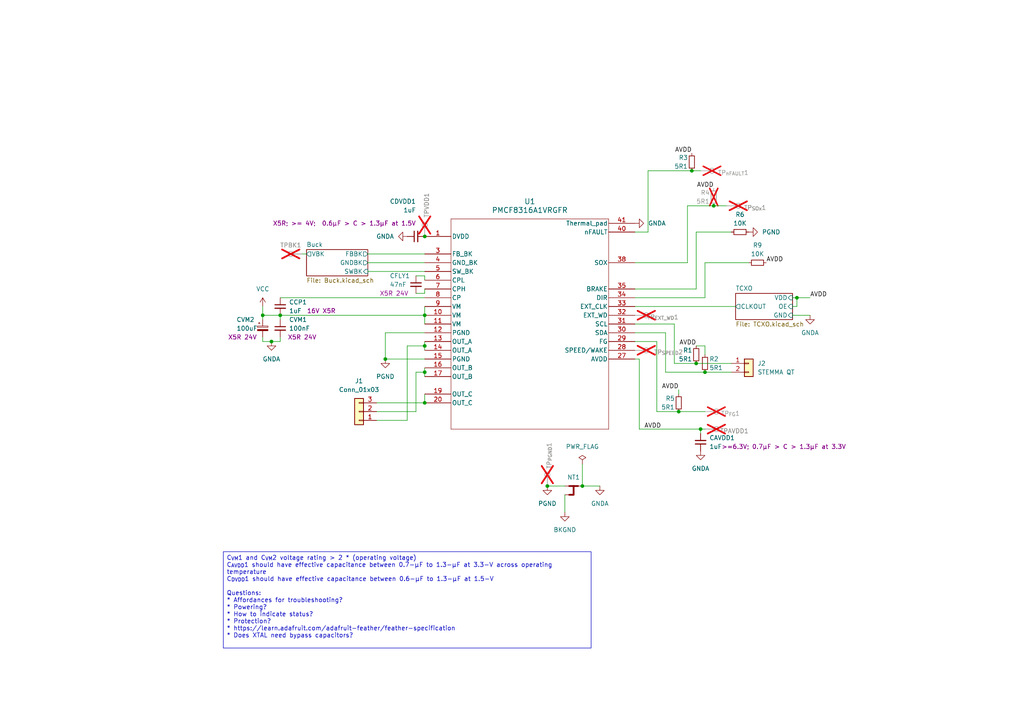
<source format=kicad_sch>
(kicad_sch (version 20230121) (generator eeschema)
  (paper "A4")
  (lib_symbols
    (symbol "Connector:TestPoint" (pin_numbers hide) (pin_names (offset 0.762) hide)
      (property "Reference" "TP" (at 0 6.858 0))
      (property "Value" "TestPoint" (at 0 5.08 0))
      (symbol "TestPoint_0_1"
        (circle (center 0 3.302) (radius 0.762))
      )
      (symbol "TestPoint_1_1"
        (pin passive line (at 0 0 90) (length 2.54) (name "1") (number "1"))
      )
    )
    (symbol "Connector_Generic:Conn_01x02" (pin_names (offset 1.016) hide)
      (property "Reference" "J" (at 0 2.54 0))
      (property "Value" "Conn_01x02" (at 0 -5.08 0))
      (symbol "Conn_01x02_1_1"
        (rectangle (start -1.27 -2.413) (end 0 -2.667) (stroke (width 0.1524)))
        (rectangle (start -1.27 0.127) (end 0 -0.127) (stroke (width 0.1524)))
        (rectangle (start -1.27 1.27) (end 1.27 -3.81) (stroke (width 0.254)) (fill (type background)))
        (pin passive line (at -5.08 0 0) (length 3.81) (name "Pin_1") (number "1"))
        (pin passive line (at -5.08 -2.54 0) (length 3.81) (name "Pin_2") (number "2"))
      )
    )
    (symbol "Connector_Generic:Conn_01x03" (pin_names (offset 1.016) hide)
      (property "Reference" "J" (at 0 5.08 0))
      (property "Value" "Conn_01x03" (at 0 -5.08 0))
      (symbol "Conn_01x03_1_1"
        (rectangle (start -1.27 -2.413) (end 0 -2.667) (stroke (width 0.1524)))
        (rectangle (start -1.27 0.127) (end 0 -0.127) (stroke (width 0.1524)))
        (rectangle (start -1.27 2.667) (end 0 2.413) (stroke (width 0.1524)))
        (rectangle (start -1.27 3.81) (end 1.27 -3.81) (stroke (width 0.254)) (fill (type background)))
        (pin passive line (at -5.08 2.54 0) (length 3.81) (name "Pin_1") (number "1"))
        (pin passive line (at -5.08 0 0) (length 3.81) (name "Pin_2") (number "2"))
        (pin passive line (at -5.08 -2.54 0) (length 3.81) (name "Pin_3") (number "3"))
      )
    )
    (symbol "Device:C_Polarized_Small" (pin_numbers hide) (pin_names (offset 0.254) hide)
      (property "Reference" "C" (at 0.254 1.778 0))
      (property "Value" "C_Polarized_Small" (at 0.254 -2.032 0))
      (symbol "C_Polarized_Small_0_1"
        (rectangle (start -1.524 -0.3048) (end 1.524 -0.6858) (fill (type outline)))
        (rectangle (start -1.524 0.6858) (end 1.524 0.3048))
        (polyline (pts (xy -1.27 1.524) (xy -0.762 1.524)))
        (polyline (pts (xy -1.016 1.27) (xy -1.016 1.778)))
      )
      (symbol "C_Polarized_Small_1_1"
        (pin passive line (at 0 2.54 270) (length 1.8542) (name "~") (number "1"))
        (pin passive line (at 0 -2.54 90) (length 1.8542) (name "~") (number "2"))
      )
    )
    (symbol "Device:C_Small" (pin_numbers hide) (pin_names (offset 0.254) hide)
      (property "Reference" "C" (at 0.254 1.778 0))
      (property "Value" "C_Small" (at 0.254 -2.032 0))
      (symbol "C_Small_0_1"
        (polyline (pts (xy -1.524 -0.508) (xy 1.524 -0.508)) (stroke (width 0.3302)))
        (polyline (pts (xy -1.524 0.508) (xy 1.524 0.508)) (stroke (width 0.3048)))
      )
      (symbol "C_Small_1_1"
        (pin passive line (at 0 2.54 270) (length 2.032) (name "~") (number "1"))
        (pin passive line (at 0 -2.54 90) (length 2.032) (name "~") (number "2"))
      )
    )
    (symbol "Device:NetTie_3" (pin_numbers hide) (pin_names (offset 0) hide) (in_bom no)
      (property "Reference" "NT" (at 0 1.27 0))
      (property "Value" "NetTie_3" (at 0 -3.81 0))
      (symbol "NetTie_3_0_1"
        (polyline (pts (xy -1.27 0) (xy 1.27 0)) (stroke (width 0.508)))
        (polyline (pts (xy 0 0) (xy 0 -2.54) (xy -1.27 -2.54)) (stroke (width 0.508)))
      )
      (symbol "NetTie_3_1_1"
        (pin passive line (at -2.54 0 0) (length 2.54) (name "1") (number "1"))
        (pin passive line (at 2.54 0 180) (length 2.54) (name "2") (number "2"))
        (pin passive line (at -2.54 -2.54 0) (length 2.54) (name "3") (number "3"))
      )
    )
    (symbol "Device:R_Small" (pin_numbers hide) (pin_names (offset 0.254) hide)
      (property "Reference" "R" (at 0.762 0.508 0))
      (property "Value" "R_Small" (at 0.762 -1.016 0))
      (symbol "R_Small_0_1"
        (rectangle (start -0.762 1.778) (end 0.762 -1.778) (stroke (width 0.2032)))
      )
      (symbol "R_Small_1_1"
        (pin passive line (at 0 2.54 270) (length 0.762) (name "~") (number "1"))
        (pin passive line (at 0 -2.54 90) (length 0.762) (name "~") (number "2"))
      )
    )
    (symbol "GNDA_4" (power) (pin_names (offset 0))
      (property "Value" "GNDA_4" (at 0 -5.08 0))
      (symbol "GNDA_4_0_1"
        (polyline (pts (xy 0 0) (xy 0 -1.27) (xy 1.27 -1.27) (xy 0 -2.54) (xy -1.27 -1.27) (xy 0 -1.27)))
      )
      (symbol "GNDA_4_1_1"
        (pin power_in line (at 0 0 270) (length 0) hide (name "GNDA") (number "1"))
      )
    )
    (symbol "GND_1" (power) (pin_names (offset 0))
      (property "Value" "PGND" (at 0 -3.81 90))
      (symbol "GND_1_0_1"
        (polyline (pts (xy 0 0) (xy 0 -1.27) (xy 1.27 -1.27) (xy 0 -2.54) (xy -1.27 -1.27) (xy 0 -1.27)))
      )
      (symbol "GND_1_1_1"
        (pin power_out line (at 0 0 270) (length 0) hide (name "GND") (number "1"))
      )
    )
    (symbol "GND_2" (power) (pin_names (offset 0))
      (property "Value" "GND_2" (at 0 -5.08 0))
      (symbol "GND_2_0_1"
        (polyline (pts (xy 0 0) (xy 0 -1.27) (xy 1.27 -1.27) (xy 0 -2.54) (xy -1.27 -1.27) (xy 0 -1.27)))
      )
      (symbol "GND_2_1_1"
        (pin power_out line (at 0 0 270) (length 0) hide (name "GND") (number "1"))
      )
    )
    (symbol "GND_3" (power) (pin_names (offset 0))
      (property "Value" "GND_3" (at 0 -5.08 0))
      (symbol "GND_3_0_1"
        (polyline (pts (xy 0 0) (xy 0 -1.27) (xy 1.27 -1.27) (xy 0 -2.54) (xy -1.27 -1.27) (xy 0 -1.27)))
      )
      (symbol "GND_3_1_1"
        (pin power_out line (at 0 0 270) (length 0) hide (name "GND") (number "1"))
      )
    )
    (symbol "MCF8316A:PMCF8316A1VRGFR" (pin_names (offset 0.254))
      (property "Reference" "U1" (at 30.48 10.16 0))
      (property "Value" "PMCF8316A1VRGFR" (at 30.48 7.62 0))
      (symbol "PMCF8316A1VRGFR_0_1"
        (polyline (pts (xy 7.62 -55.88) (xy 53.34 -55.88)) (stroke (width 0.127)))
        (polyline (pts (xy 7.62 5.08) (xy 7.62 -55.88)) (stroke (width 0.127)))
        (polyline (pts (xy 53.34 -55.88) (xy 53.34 5.08)) (stroke (width 0.127)))
        (polyline (pts (xy 53.34 5.08) (xy 7.62 5.08)) (stroke (width 0.127)))
        (pin output line (at 0 -33.02 0) (length 7.62) (name "OUT_A") (number "14"))
        (pin output line (at 0 -38.1 0) (length 7.62) (name "OUT_B") (number "16"))
        (pin output line (at 0 -40.64 0) (length 7.62) (name "OUT_B") (number "17"))
        (pin output line (at 0 -45.72 0) (length 7.62) (name "OUT_C") (number "19"))
        (pin output line (at 0 -48.26 0) (length 7.62) (name "OUT_C") (number "20"))
      )
      (symbol "PMCF8316A1VRGFR_1_1"
        (pin power_out line (at 0 0 0) (length 7.62) (name "DVDD") (number "1"))
        (pin power_in line (at 0 -22.86 0) (length 7.62) (name "VM") (number "10"))
        (pin power_in line (at 0 -25.4 0) (length 7.62) (name "VM") (number "11"))
        (pin power_in line (at 0 -27.94 0) (length 7.62) (name "PGND") (number "12"))
        (pin output line (at 0 -30.48 0) (length 7.62) (name "OUT_A") (number "13"))
        (pin power_in line (at 0 -35.56 0) (length 7.62) (name "PGND") (number "15"))
        (pin no_connect line (at 60.96 -48.26 180) (length 7.62) hide (name "NC") (number "22"))
        (pin no_connect line (at 60.96 -45.72 180) (length 7.62) hide (name "NC") (number "23"))
        (pin no_connect line (at 60.96 -43.18 180) (length 7.62) hide (name "NC") (number "24"))
        (pin no_connect line (at 60.96 -40.64 180) (length 7.62) hide (name "NC") (number "25"))
        (pin power_out line (at 60.96 -35.56 180) (length 7.62) (name "AVDD") (number "27"))
        (pin input line (at 60.96 -33.02 180) (length 7.62) (name "SPEED/WAKE") (number "28"))
        (pin output line (at 60.96 -30.48 180) (length 7.62) (name "FG") (number "29"))
        (pin input line (at 0 -5.08 0) (length 7.62) (name "FB_BK") (number "3"))
        (pin bidirectional line (at 60.96 -27.94 180) (length 7.62) (name "SDA") (number "30"))
        (pin input line (at 60.96 -25.4 180) (length 7.62) (name "SCL") (number "31"))
        (pin input line (at 60.96 -22.86 180) (length 7.62) (name "EXT_WD") (number "32"))
        (pin input line (at 60.96 -20.32 180) (length 7.62) (name "EXT_CLK") (number "33"))
        (pin input line (at 60.96 -17.78 180) (length 7.62) (name "DIR") (number "34"))
        (pin input line (at 60.96 -15.24 180) (length 7.62) (name "BRAKE") (number "35"))
        (pin no_connect line (at 60.96 -12.7 180) (length 7.62) hide (name "NC") (number "36"))
        (pin no_connect line (at 60.96 -10.16 180) (length 7.62) hide (name "NC") (number "37"))
        (pin output line (at 60.96 -7.62 180) (length 7.62) (name "SOX") (number "38"))
        (pin no_connect line (at 60.96 -5.08 180) (length 7.62) hide (name "NC") (number "39"))
        (pin input line (at 0 -7.62 0) (length 7.62) (name "GND_BK") (number "4"))
        (pin output line (at 60.96 1.27 180) (length 7.62) (name "nFAULT") (number "40"))
        (pin power_in line (at 60.96 3.81 180) (length 7.62) (name "Thermal_pad") (number "41"))
        (pin power_out line (at 0 -10.16 0) (length 7.62) (name "SW_BK") (number "5"))
        (pin output line (at 0 -12.7 0) (length 7.62) (name "CPL") (number "6"))
        (pin output line (at 0 -15.24 0) (length 7.62) (name "CPH") (number "7"))
        (pin output line (at 0 -17.78 0) (length 7.62) (name "CP") (number "8"))
        (pin power_in line (at 0 -20.32 0) (length 7.62) (name "VM") (number "9"))
      )
    )
    (symbol "power:GND" (power) (pin_names (offset 0))
      (property "Value" "BKGND" (at 0 -5.08 0))
      (symbol "GND_0_1"
        (polyline (pts (xy 0 0) (xy 0 -1.27) (xy 1.27 -1.27) (xy 0 -2.54) (xy -1.27 -1.27) (xy 0 -1.27)))
      )
      (symbol "GND_1_1"
        (pin power_out line (at 0 0 270) (length 0) hide (name "GND") (number "1"))
      )
    )
    (symbol "power:PWR_FLAG" (power) (pin_numbers hide) (pin_names (offset 0) hide)
      (property "Value" "PWR_FLAG" (at 0 3.81 0))
      (symbol "PWR_FLAG_0_0"
        (pin power_out line (at 0 0 90) (length 0) (name "pwr") (number "1"))
      )
      (symbol "PWR_FLAG_0_1"
        (polyline (pts (xy 0 0) (xy 0 1.27) (xy -1.016 1.905) (xy 0 2.54) (xy 1.016 1.905) (xy 0 1.27)))
      )
    )
    (symbol "power:VCC" (power) (pin_names (offset 0))
      (property "Value" "VCC" (at 0 3.81 0))
      (symbol "VCC_0_1"
        (polyline (pts (xy -0.762 1.27) (xy 0 2.54)))
        (polyline (pts (xy 0 0) (xy 0 2.54)))
        (polyline (pts (xy 0 2.54) (xy 0.762 1.27)))
      )
      (symbol "VCC_1_1"
        (pin power_in line (at 0 0 90) (length 0) hide (name "VCC") (number "1"))
      )
    )
  )
  (junction (at 200.66 49.53))
  (junction (at 123.19 107.95))
  (junction (at 168.91 140.97))
  (junction (at 123.19 68.58))
  (junction (at 207.01 59.69))
  (junction (at 158.75 140.97))
  (junction (at 81.28 91.44))
  (junction (at 201.93 105.41))
  (junction (at 123.19 91.44))
  (junction (at 111.76 104.14))
  (junction (at 76.2 91.44))
  (junction (at 196.85 119.38))
  (junction (at 123.19 100.33))
  (junction (at 123.19 116.84))
  (junction (at 203.2 124.46))
  (junction (at 204.47 107.95))
  (junction (at 231.14 86.36))
  (junction (at 78.74 99.06))
  (wire (pts (xy 231.14 86.36) (xy 234.95 86.36)))
  (wire (pts (xy 106.68 73.66) (xy 123.19 73.66)))
  (wire (pts (xy 163.83 148.59) (xy 163.83 143.51)))
  (wire (pts (xy 158.75 140.97) (xy 163.83 140.97)))
  (wire (pts (xy 229.87 88.9) (xy 231.14 88.9)))
  (wire (pts (xy 168.91 140.97) (xy 173.99 140.97)))
  (wire (pts (xy 123.19 80.01) (xy 120.65 80.01)))
  (wire (pts (xy 184.15 96.52) (xy 193.04 96.52)))
  (wire (pts (xy 81.28 91.44) (xy 123.19 91.44)))
  (wire (pts (xy 229.87 91.44) (xy 234.95 91.44)))
  (wire (pts (xy 199.39 59.69) (xy 207.01 59.69)))
  (wire (pts (xy 196.85 114.3) (xy 196.85 113.03)))
  (wire (pts (xy 203.2 49.53) (xy 200.66 49.53)))
  (wire (pts (xy 201.93 83.82) (xy 184.15 83.82)))
  (wire (pts (xy 81.28 97.79) (xy 81.28 99.06)))
  (wire (pts (xy 204.47 86.36) (xy 184.15 86.36)))
  (wire (pts (xy 123.19 100.33) (xy 123.19 101.6)))
  (wire (pts (xy 120.65 85.09) (xy 123.19 85.09)))
  (wire (pts (xy 123.19 80.01) (xy 123.19 81.28)))
  (wire (pts (xy 185.42 104.14) (xy 185.42 124.46)))
  (wire (pts (xy 118.11 100.33) (xy 118.11 121.92)))
  (wire (pts (xy 217.17 76.2) (xy 204.47 76.2)))
  (wire (pts (xy 190.5 99.06) (xy 184.15 99.06)))
  (wire (pts (xy 201.93 105.41) (xy 212.09 105.41)))
  (wire (pts (xy 123.19 114.3) (xy 123.19 116.84)))
  (wire (pts (xy 185.42 104.14) (xy 184.15 104.14)))
  (wire (pts (xy 199.39 76.2) (xy 184.15 76.2)))
  (wire (pts (xy 106.68 76.2) (xy 123.19 76.2)))
  (wire (pts (xy 229.87 86.36) (xy 231.14 86.36)))
  (wire (pts (xy 106.68 78.74) (xy 123.19 78.74)))
  (wire (pts (xy 123.19 116.84) (xy 109.22 116.84)))
  (wire (pts (xy 81.28 86.36) (xy 123.19 86.36)))
  (wire (pts (xy 196.85 119.38) (xy 190.5 119.38)))
  (wire (pts (xy 76.2 97.79) (xy 76.2 99.06)))
  (wire (pts (xy 123.19 106.68) (xy 123.19 107.95)))
  (wire (pts (xy 168.91 134.62) (xy 168.91 140.97)))
  (wire (pts (xy 81.28 91.44) (xy 81.28 92.71)))
  (wire (pts (xy 201.93 67.31) (xy 201.93 83.82)))
  (wire (pts (xy 123.19 107.95) (xy 123.19 109.22)))
  (wire (pts (xy 76.2 91.44) (xy 81.28 91.44)))
  (wire (pts (xy 109.22 119.38) (xy 120.65 119.38)))
  (wire (pts (xy 195.58 105.41) (xy 201.93 105.41)))
  (wire (pts (xy 118.11 121.92) (xy 109.22 121.92)))
  (wire (pts (xy 111.76 96.52) (xy 111.76 104.14)))
  (wire (pts (xy 187.96 49.53) (xy 187.96 67.31)))
  (wire (pts (xy 201.93 67.31) (xy 212.09 67.31)))
  (wire (pts (xy 87.63 73.66) (xy 88.9 73.66)))
  (wire (pts (xy 76.2 99.06) (xy 78.74 99.06)))
  (wire (pts (xy 123.19 91.44) (xy 123.19 88.9)))
  (wire (pts (xy 195.58 93.98) (xy 195.58 105.41)))
  (wire (pts (xy 203.2 125.73) (xy 203.2 124.46)))
  (wire (pts (xy 123.19 100.33) (xy 118.11 100.33)))
  (wire (pts (xy 196.85 119.38) (xy 204.47 119.38)))
  (wire (pts (xy 78.74 99.06) (xy 81.28 99.06)))
  (wire (pts (xy 187.96 67.31) (xy 184.15 67.31)))
  (wire (pts (xy 76.2 91.44) (xy 76.2 92.71)))
  (wire (pts (xy 123.19 99.06) (xy 123.19 100.33)))
  (wire (pts (xy 123.19 85.09) (xy 123.19 83.82)))
  (wire (pts (xy 193.04 96.52) (xy 193.04 107.95)))
  (wire (pts (xy 120.65 107.95) (xy 120.65 119.38)))
  (wire (pts (xy 201.93 100.33) (xy 204.47 100.33)))
  (wire (pts (xy 111.76 96.52) (xy 123.19 96.52)))
  (wire (pts (xy 76.2 91.44) (xy 76.2 88.9)))
  (wire (pts (xy 184.15 93.98) (xy 195.58 93.98)))
  (wire (pts (xy 123.19 104.14) (xy 111.76 104.14)))
  (wire (pts (xy 204.47 76.2) (xy 204.47 86.36)))
  (wire (pts (xy 204.47 107.95) (xy 212.09 107.95)))
  (wire (pts (xy 185.42 124.46) (xy 203.2 124.46)))
  (wire (pts (xy 190.5 99.06) (xy 190.5 119.38)))
  (wire (pts (xy 184.15 88.9) (xy 213.36 88.9)))
  (wire (pts (xy 203.2 124.46) (xy 204.47 124.46)))
  (wire (pts (xy 210.82 59.69) (xy 207.01 59.69)))
  (wire (pts (xy 123.19 107.95) (xy 120.65 107.95)))
  (wire (pts (xy 123.19 91.44) (xy 123.19 93.98)))
  (wire (pts (xy 199.39 59.69) (xy 199.39 76.2)))
  (wire (pts (xy 193.04 107.95) (xy 204.47 107.95)))
  (wire (pts (xy 231.14 88.9) (xy 231.14 86.36)))
  (wire (pts (xy 187.96 49.53) (xy 200.66 49.53)))
  (wire (pts (xy 204.47 102.87) (xy 204.47 100.33)))
  (text_box "C_{VM}1 and C_{VM}2 voltage rating > 2 * (operating voltage)\nC_{AVDD}1 should have effective capacitance between 0.7-µF to 1.3-µF at 3.3-V across operating temperature\nC_{DVDD}1 should have effective capacitance between 0.6-µF to 1.3-µF at 1.5-V\n\nQuestions:\n* Affordances for troubleshooting?\n* Powering?\n* How to indicate status?\n* Protection?\n* https://learn.adafruit.com/adafruit-feather/feather-specification\n* Does XTAL need bypass capacitors?" (at 64.77 160.02 0) (size 106.68 27.94) (effects (font (size 1.27 1.27)) (justify left top)))
  (label "AVDD" (at 207.01 54.61 180))
  (label "AVDD" (at 234.95 86.36 0))
  (label "AVDD" (at 200.66 44.45 180))
  (label "AVDD" (at 196.85 113.03 180))
  (label "AVDD" (at 191.77 124.46 180))
  (label "AVDD" (at 201.93 100.33 180))
  (label "AVDD" (at 222.25 76.2 0))
  (symbol (lib_id "Device:C_Small") (at 203.2 128.27 180) (unit 1)
    (property "Reference" "CAVDD1" (at 205.74 126.9936 0) (effects (justify right)))
    (property "Value" "1uF" (at 205.74 129.5336 0) (effects (justify right)))
    (property "Footprint" "Capacitor_SMD:C_0805_2012Metric" (effects hide))
    (property "Specs" ">=6.3V; 0.7µF > C > 1.3µF at 3.3V" (at 227.33 129.54 0))
  )
  (symbol (lib_name "GND_2") (lib_id "power:GND") (at 111.76 104.14 0) (unit 1)
    (property "Reference" "#PWR05" (effects hide))
    (property "Value" "PGND" (at 111.76 109.22 0))
  )
  (symbol (lib_id "power:GND") (at 163.83 148.59 0) (unit 1)
    (property "Reference" "#PWR012" (effects hide))
    (property "Value" "BKGND" (at 163.83 153.67 0))
  )
  (symbol (lib_id "Connector_Generic:Conn_01x03") (at 104.14 119.38 180) (unit 1)
    (property "Reference" "J1" (at 104.14 110.49 0))
    (property "Value" "Conn_01x03" (at 104.14 113.03 0))
    (property "Footprint" "TerminalBlock_Phoenix:TerminalBlock_Phoenix_MKDS-1,5-3-5.08_1x03_P5.08mm_Horizontal" (effects hide))
  )
  (symbol (lib_id "Connector:TestPoint") (at 204.47 124.46 270) (unit 1) (dnp yes)
    (property "Reference" "TPAVDD1" (at 217.17 125.73 90) (effects (justify right bottom)))
    (property "Value" "5000" (effects hide))
    (property "Footprint" "TestPoint:TestPoint_Loop_D1.80mm_Drill1.0mm_Beaded" (effects hide))
    (property "Digi-Key_PN" "36-5000-ND" (effects hide))
    (property "MPN" "5000" (effects hide))
    (property "Category" "Test and Measurement" (effects hide))
    (property "Family" "Test Points" (effects hide))
    (property "DK_Datasheet_Link" "http://www.keyelco.com/product-pdf.cfm?p=1309" (effects hide))
    (property "DK_Detail_Page" "/product-detail/en/keystone-electronics/5000/36-5000-ND/255326" (effects hide))
    (property "Description" "PC TEST POINT MINIATURE RED" (effects hide))
    (property "Manufacturer" "Keystone Electronics" (effects hide))
    (property "Status" "Active" (effects hide))
  )
  (symbol (lib_id "Device:C_Small") (at 81.28 95.25 0) (unit 1)
    (property "Reference" "CVM1" (at 83.82 92.71 0) (effects (justify left)))
    (property "Value" "100nF" (at 83.82 95.25 0) (effects (justify left)))
    (property "Footprint" "Capacitor_SMD:C_0805_2012Metric" (effects hide))
    (property "Specs" "X5R 24V" (at 87.63 97.79 0))
  )
  (symbol (lib_id "Device:C_Polarized_Small") (at 76.2 95.25 0) (unit 1)
    (property "Reference" "CVM2" (at 68.58 92.71 0) (effects (justify left)))
    (property "Value" "100uF" (at 68.58 95.25 0) (effects (justify left)))
    (property "Footprint" "Capacitor_SMD:C_1812_4532Metric" (effects hide))
    (property "Specs" " X5R 24V" (at 69.85 97.79 0))
  )
  (symbol (lib_id "Device:R_Small") (at 204.47 105.41 0) (unit 1)
    (property "Reference" "R2" (at 205.74 104.14 0) (effects (justify left)))
    (property "Value" "5R1" (at 205.74 106.68 0) (effects (justify left)))
    (property "Footprint" "Resistor_SMD:R_0805_2012Metric" (effects hide))
  )
  (symbol (lib_id "Device:C_Small") (at 120.65 82.55 0) (unit 1)
    (property "Reference" "CFLY1" (at 113.03 80.01 0) (effects (justify left)))
    (property "Value" "47nF" (at 113.03 82.55 0) (effects (justify left)))
    (property "Footprint" "Capacitor_SMD:C_0805_2012Metric" (effects hide))
    (property "Specs" "X5R 24V" (at 114.3 85.09 0))
  )
  (symbol (lib_name "GND_3") (lib_id "power:GND") (at 158.75 140.97 0) (unit 1)
    (property "Reference" "#PWR010" (effects hide))
    (property "Value" "PGND" (at 158.75 146.05 0))
  )
  (symbol (lib_name "GNDA_4") (lib_id "power:GNDA") (at 78.74 99.06 0) (unit 1)
    (property "Reference" "#PWR02" (effects hide))
    (property "Value" "AGND" (at 78.74 104.14 0))
  )
  (symbol (lib_name "GND_1") (lib_id "power:GND") (at 217.17 67.31 90) (unit 1)
    (property "Reference" "#PWR06" (effects hide))
    (property "Value" "PGND" (at 220.98 67.31 90) (effects (justify right)))
  )
  (symbol (lib_name "GNDA_4") (lib_id "power:GNDA") (at 203.2 130.81 0) (unit 1)
    (property "Reference" "#PWR04" (effects hide))
    (property "Value" "AGND" (at 203.2 135.89 0))
  )
  (symbol (lib_id "Device:R_Small") (at 196.85 116.84 0) (unit 1)
    (property "Reference" "R5" (at 193.04 115.57 0) (effects (justify left)))
    (property "Value" "5R1" (at 191.77 118.11 0) (effects (justify left)))
    (property "Footprint" "Resistor_SMD:R_0805_2012Metric" (effects hide))
  )
  (symbol (lib_id "Connector:TestPoint") (at 184.15 101.6 270) (unit 1) (dnp yes)
    (property "Reference" "TP_{SPEED}2" (at 198.12 102.87 90) (effects (justify right bottom)))
    (property "Value" "5000" (effects hide))
    (property "Footprint" "TestPoint:TestPoint_Loop_D1.80mm_Drill1.0mm_Beaded" (effects hide))
    (property "Digi-Key_PN" "36-5000-ND" (effects hide))
    (property "MPN" "5000" (effects hide))
    (property "Category" "Test and Measurement" (effects hide))
    (property "Family" "Test Points" (effects hide))
    (property "DK_Datasheet_Link" "http://www.keyelco.com/product-pdf.cfm?p=1309" (effects hide))
    (property "DK_Detail_Page" "/product-detail/en/keystone-electronics/5000/36-5000-ND/255326" (effects hide))
    (property "Description" "PC TEST POINT MINIATURE RED" (effects hide))
    (property "Manufacturer" "Keystone Electronics" (effects hide))
    (property "Status" "Active" (effects hide))
  )
  (symbol (lib_id "power:PWR_FLAG") (at 168.91 134.62 0) (unit 1)
    (property "Reference" "#FLG01" (effects hide))
    (property "Value" "PWR_FLAG" (at 168.91 129.54 0))
  )
  (symbol (lib_id "power:VCC") (at 76.2 88.9 0) (unit 1)
    (property "Reference" "#PWR01" (effects hide))
    (property "Value" "VCC" (at 76.2 83.82 0))
  )
  (symbol (lib_id "Device:C_Small") (at 81.28 88.9 0) (unit 1)
    (property "Reference" "CCP1" (at 83.82 87.6363 0) (effects (justify left)))
    (property "Value" "1uF" (at 83.82 90.17 0) (effects (justify left)))
    (property "Footprint" "Capacitor_SMD:C_0805_2012Metric" (effects hide))
    (property "Specs" " 16V X5R" (at 92.71 90.17 0))
  )
  (symbol (lib_id "Device:NetTie_3") (at 166.37 140.97 0) (unit 1) (in_bom no)
    (property "Reference" "NT1" (at 166.37 138.43 0))
    (property "Value" "NetTie_3" (effects hide))
    (property "Footprint" "NetTie:NetTie-3_SMD_Pad2.0mm" (effects hide))
  )
  (symbol (lib_id "Connector_Generic:Conn_01x02") (at 217.17 105.41 0) (unit 1)
    (property "Reference" "J2" (at 219.71 105.41 0) (effects (justify left)))
    (property "Value" "STEMMA QT" (at 219.71 107.95 0) (effects (justify left)))
    (property "Footprint" "Connector_JST:JST_PH_S2B-PH-K_1x02_P2.00mm_Horizontal" (effects hide))
  )
  (symbol (lib_name "GNDA_4") (lib_id "power:GNDA") (at 234.95 91.44 0) (unit 1)
    (property "Reference" "#PWR09" (effects hide))
    (property "Value" "AGND" (at 234.95 96.52 0))
  )
  (symbol (lib_id "Connector:TestPoint") (at 184.15 91.44 270) (unit 1) (dnp yes)
    (property "Reference" "TP_{EXT_WD}1" (at 196.85 92.71 90) (effects (justify right bottom)))
    (property "Value" "5000" (effects hide))
    (property "Footprint" "TestPoint:TestPoint_Loop_D1.80mm_Drill1.0mm_Beaded" (effects hide))
    (property "Digi-Key_PN" "36-5000-ND" (effects hide))
    (property "MPN" "5000" (effects hide))
    (property "Category" "Test and Measurement" (effects hide))
    (property "Family" "Test Points" (effects hide))
    (property "DK_Datasheet_Link" "http://www.keyelco.com/product-pdf.cfm?p=1309" (effects hide))
    (property "DK_Detail_Page" "/product-detail/en/keystone-electronics/5000/36-5000-ND/255326" (effects hide))
    (property "Description" "PC TEST POINT MINIATURE RED" (effects hide))
    (property "Manufacturer" "Keystone Electronics" (effects hide))
    (property "Status" "Active" (effects hide))
  )
  (symbol (lib_id "Connector:TestPoint") (at 87.63 73.66 90) (unit 1) (dnp yes)
    (property "Reference" "TPBK1" (at 84.328 71.12 90))
    (property "Value" "TestPoint" (effects hide))
    (property "Footprint" "TestPoint:TestPoint_Loop_D1.80mm_Drill1.0mm_Beaded" (effects hide))
  )
  (symbol (lib_id "MCF8316A:PMCF8316A1VRGFR") (at 123.19 68.58 0) (unit 1)
    (property "Reference" "U1" (at 153.67 58.42 0) (effects (font (size 1.524 1.524))))
    (property "Value" "PMCF8316A1VRGFR" (at 153.67 60.96 0) (effects (font (size 1.524 1.524))))
    (property "Footprint" "Motor controller:QFN_A1VRGFR_TEX" (effects hide))
    (property "Datasheet" "PMCF8316A1VRGFR" (effects hide))
  )
  (symbol (lib_id "Device:R_Small") (at 201.93 102.87 0) (unit 1)
    (property "Reference" "R1" (at 198.12 101.6 0) (effects (justify left)))
    (property "Value" "5R1" (at 196.85 104.14 0) (effects (justify left)))
    (property "Footprint" "Resistor_SMD:R_0805_2012Metric" (effects hide))
  )
  (symbol (lib_id "Device:R_Small") (at 214.63 67.31 270) (unit 1)
    (property "Reference" "R6" (at 214.63 62.23 90))
    (property "Value" "10K" (at 214.63 64.77 90))
    (property "Footprint" "Resistor_SMD:R_0805_2012Metric" (effects hide))
  )
  (symbol (lib_id "Device:R_Small") (at 219.71 76.2 270) (unit 1)
    (property "Reference" "R9" (at 219.71 71.12 90))
    (property "Value" "10K" (at 219.71 73.66 90))
    (property "Footprint" "Resistor_SMD:R_0805_2012Metric" (effects hide))
  )
  (symbol (lib_name "GNDA_4") (lib_id "power:GNDA") (at 118.11 68.58 270) (unit 1)
    (property "Reference" "#PWR03" (effects hide))
    (property "Value" "AGND" (at 114.3 68.58 90) (effects (justify right)))
  )
  (symbol (lib_id "Connector:TestPoint") (at 158.75 140.97 0) (unit 1) (dnp yes)
    (property "Reference" "TP_{PGND}1" (at 160.02 128.27 90) (effects (justify right bottom)))
    (property "Value" "5000" (effects hide))
    (property "Footprint" "TestPoint:TestPoint_Loop_D1.80mm_Drill1.0mm_Beaded" (effects hide))
    (property "Digi-Key_PN" "36-5000-ND" (effects hide))
    (property "MPN" "5000" (effects hide))
    (property "Category" "Test and Measurement" (effects hide))
    (property "Family" "Test Points" (effects hide))
    (property "DK_Datasheet_Link" "http://www.keyelco.com/product-pdf.cfm?p=1309" (effects hide))
    (property "DK_Detail_Page" "/product-detail/en/keystone-electronics/5000/36-5000-ND/255326" (effects hide))
    (property "Description" "PC TEST POINT MINIATURE RED" (effects hide))
    (property "Manufacturer" "Keystone Electronics" (effects hide))
    (property "Status" "Active" (effects hide))
  )
  (symbol (lib_id "Connector:TestPoint") (at 210.82 59.69 270) (unit 1) (dnp yes)
    (property "Reference" "TP_{SOx}1" (at 222.25 60.96 90) (effects (justify right bottom)))
    (property "Value" "5000" (effects hide))
    (property "Footprint" "TestPoint:TestPoint_Loop_D1.80mm_Drill1.0mm_Beaded" (effects hide))
    (property "Digi-Key_PN" "36-5000-ND" (effects hide))
    (property "MPN" "5000" (effects hide))
    (property "Category" "Test and Measurement" (effects hide))
    (property "Family" "Test Points" (effects hide))
    (property "DK_Datasheet_Link" "http://www.keyelco.com/product-pdf.cfm?p=1309" (effects hide))
    (property "DK_Detail_Page" "/product-detail/en/keystone-electronics/5000/36-5000-ND/255326" (effects hide))
    (property "Description" "PC TEST POINT MINIATURE RED" (effects hide))
    (property "Manufacturer" "Keystone Electronics" (effects hide))
    (property "Status" "Active" (effects hide))
  )
  (symbol (lib_id "Device:R_Small") (at 207.01 57.15 0) (unit 1) (dnp yes)
    (property "Reference" "R4" (at 203.2 55.88 0) (effects (justify left)))
    (property "Value" "5R1" (at 201.93 58.42 0) (effects (justify left)))
    (property "Footprint" "Resistor_SMD:R_0805_2012Metric" (effects hide))
  )
  (symbol (lib_id "Connector:TestPoint") (at 203.2 49.53 270) (unit 1) (dnp yes)
    (property "Reference" "TP_{nFAULT}1" (at 217.17 50.8 90) (effects (justify right bottom)))
    (property "Value" "5000" (effects hide))
    (property "Footprint" "TestPoint:TestPoint_Loop_D1.80mm_Drill1.0mm_Beaded" (effects hide))
    (property "Digi-Key_PN" "36-5000-ND" (effects hide))
    (property "MPN" "5000" (effects hide))
    (property "Category" "Test and Measurement" (effects hide))
    (property "Family" "Test Points" (effects hide))
    (property "DK_Datasheet_Link" "http://www.keyelco.com/product-pdf.cfm?p=1309" (effects hide))
    (property "DK_Detail_Page" "/product-detail/en/keystone-electronics/5000/36-5000-ND/255326" (effects hide))
    (property "Description" "PC TEST POINT MINIATURE RED" (effects hide))
    (property "Manufacturer" "Keystone Electronics" (effects hide))
    (property "Status" "Active" (effects hide))
  )
  (symbol (lib_name "GNDA_4") (lib_id "power:GNDA") (at 184.15 64.77 90) (unit 1)
    (property "Reference" "#PWR07" (effects hide))
    (property "Value" "AGND" (at 187.96 64.77 90) (effects (justify right)))
  )
  (symbol (lib_id "Device:C_Small") (at 120.65 68.58 90) (unit 1)
    (property "Reference" "CDVDD1" (at 120.65 58.42 90) (effects (justify left)))
    (property "Value" "1uF" (at 120.65 60.96 90) (effects (justify left)))
    (property "Footprint" "Capacitor_SMD:C_0805_2012Metric" (effects hide))
    (property "Specs" "X5R; >= 4V;  0.6µF > C > 1.3µF at 1.5V" (at 120.65 64.77 90) (effects (justify left)))
  )
  (symbol (lib_id "Device:R_Small") (at 200.66 46.99 0) (unit 1)
    (property "Reference" "R3" (at 196.85 45.72 0) (effects (justify left)))
    (property "Value" "5R1" (at 195.58 48.26 0) (effects (justify left)))
    (property "Footprint" "Resistor_SMD:R_0805_2012Metric" (effects hide))
  )
  (symbol (lib_name "GNDA_4") (lib_id "power:GNDA") (at 173.99 140.97 0) (unit 1)
    (property "Reference" "#PWR08" (effects hide))
    (property "Value" "AGND" (at 173.99 146.05 0))
  )
  (symbol (lib_id "Connector:TestPoint") (at 204.47 119.38 270) (unit 1) (dnp yes)
    (property "Reference" "TP_{FG}1" (at 214.63 120.65 90) (effects (justify right bottom)))
    (property "Value" "5000" (effects hide))
    (property "Footprint" "TestPoint:TestPoint_Loop_D1.80mm_Drill1.0mm_Beaded" (effects hide))
    (property "Digi-Key_PN" "36-5000-ND" (effects hide))
    (property "MPN" "5000" (effects hide))
    (property "Category" "Test and Measurement" (effects hide))
    (property "Family" "Test Points" (effects hide))
    (property "DK_Datasheet_Link" "http://www.keyelco.com/product-pdf.cfm?p=1309" (effects hide))
    (property "DK_Detail_Page" "/product-detail/en/keystone-electronics/5000/36-5000-ND/255326" (effects hide))
    (property "Description" "PC TEST POINT MINIATURE RED" (effects hide))
    (property "Manufacturer" "Keystone Electronics" (effects hide))
    (property "Status" "Active" (effects hide))
  )
  (symbol (lib_id "Connector:TestPoint") (at 123.19 68.58 0) (unit 1) (dnp yes)
    (property "Reference" "TPVDD1" (at 124.46 55.88 90) (effects (justify right bottom)))
    (property "Value" "5000" (effects hide))
    (property "Footprint" "TestPoint:TestPoint_Loop_D1.80mm_Drill1.0mm_Beaded" (effects hide))
    (property "Digi-Key_PN" "36-5000-ND" (effects hide))
    (property "MPN" "5000" (effects hide))
    (property "Category" "Test and Measurement" (effects hide))
    (property "Family" "Test Points" (effects hide))
    (property "DK_Datasheet_Link" "http://www.keyelco.com/product-pdf.cfm?p=1309" (effects hide))
    (property "DK_Detail_Page" "/product-detail/en/keystone-electronics/5000/36-5000-ND/255326" (effects hide))
    (property "Description" "PC TEST POINT MINIATURE RED" (effects hide))
    (property "Manufacturer" "Keystone Electronics" (effects hide))
    (property "Status" "Active" (effects hide))
  )
  (sheet (at 88.9 72.39) (size 17.78 7.62) (stroke (width 0.1524))
    (property "Sheetname" "Buck" (at 88.9 71.6784 0) (effects (justify left bottom)))
    (property "Sheetfile" "Buck.kicad_sch" (at 88.9 80.5946 0) (effects (justify left top)))
    (pin "GNDBK" output (at 106.68 76.2 0))
    (pin "SWBK" input (at 106.68 78.74 0))
    (pin "FBBK" output (at 106.68 73.66 0))
    (pin "VBK" output (at 88.9 73.66 180))
  )
  (sheet (at 213.36 85.09) (size 16.51 7.62) (stroke (width 0.1524))
    (property "Sheetname" "TCXO" (at 213.36 84.3784 0) (effects (justify left bottom)))
    (property "Sheetfile" "TCXO.kicad_sch" (at 213.36 93.2946 0) (effects (justify left top)))
    (pin "CLKOUT" output (at 213.36 88.9 180))
    (pin "VDD" input (at 229.87 86.36 0))
    (pin "GND" input (at 229.87 91.44 0))
    (pin "OE" input (at 229.87 88.9 0))
  )
)
</source>
